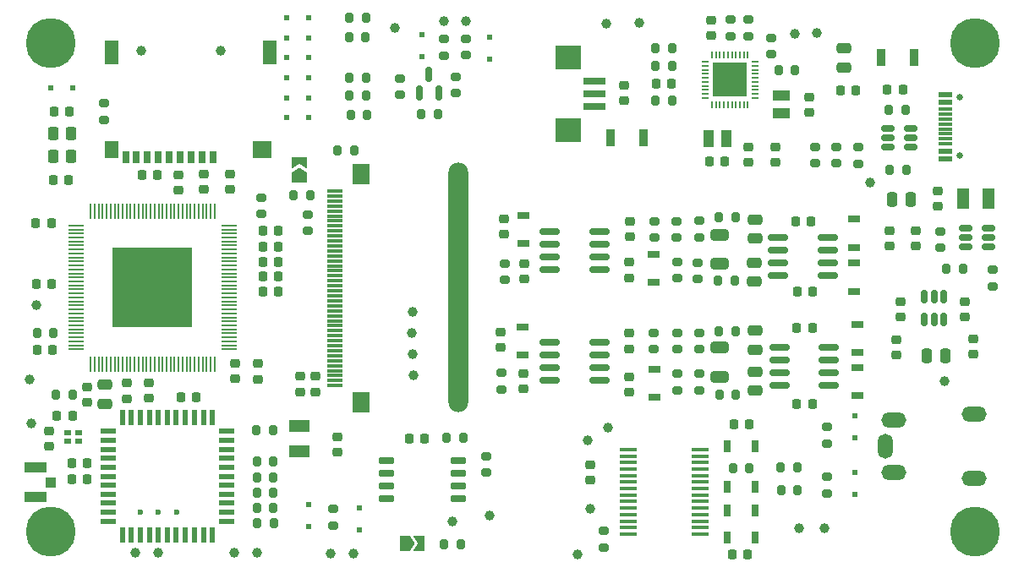
<source format=gbs>
%TF.GenerationSoftware,KiCad,Pcbnew,7.0.2-6a45011f42~172~ubuntu22.04.1*%
%TF.CreationDate,2023-05-03T22:42:28+03:00*%
%TF.ProjectId,mp3_test_board,6d70335f-7465-4737-945f-626f6172642e,rev?*%
%TF.SameCoordinates,Original*%
%TF.FileFunction,Soldermask,Bot*%
%TF.FilePolarity,Negative*%
%FSLAX46Y46*%
G04 Gerber Fmt 4.6, Leading zero omitted, Abs format (unit mm)*
G04 Created by KiCad (PCBNEW 7.0.2-6a45011f42~172~ubuntu22.04.1) date 2023-05-03 22:42:28*
%MOMM*%
%LPD*%
G01*
G04 APERTURE LIST*
G04 Aperture macros list*
%AMRoundRect*
0 Rectangle with rounded corners*
0 $1 Rounding radius*
0 $2 $3 $4 $5 $6 $7 $8 $9 X,Y pos of 4 corners*
0 Add a 4 corners polygon primitive as box body*
4,1,4,$2,$3,$4,$5,$6,$7,$8,$9,$2,$3,0*
0 Add four circle primitives for the rounded corners*
1,1,$1+$1,$2,$3*
1,1,$1+$1,$4,$5*
1,1,$1+$1,$6,$7*
1,1,$1+$1,$8,$9*
0 Add four rect primitives between the rounded corners*
20,1,$1+$1,$2,$3,$4,$5,0*
20,1,$1+$1,$4,$5,$6,$7,0*
20,1,$1+$1,$6,$7,$8,$9,0*
20,1,$1+$1,$8,$9,$2,$3,0*%
%AMFreePoly0*
4,1,6,1.000000,0.000000,0.500000,-0.750000,-0.500000,-0.750000,-0.500000,0.750000,0.500000,0.750000,1.000000,0.000000,1.000000,0.000000,$1*%
%AMFreePoly1*
4,1,6,0.500000,-0.750000,-0.650000,-0.750000,-0.150000,0.000000,-0.650000,0.750000,0.500000,0.750000,0.500000,-0.750000,0.500000,-0.750000,$1*%
G04 Aperture macros list end*
%ADD10C,1.000000*%
%ADD11C,0.800000*%
%ADD12C,5.000000*%
%ADD13O,2.000000X25.000000*%
%ADD14R,1.500000X0.300000*%
%ADD15R,1.700000X2.000000*%
%ADD16RoundRect,0.225000X0.250000X-0.225000X0.250000X0.225000X-0.250000X0.225000X-0.250000X-0.225000X0*%
%ADD17RoundRect,0.200000X-0.200000X-0.275000X0.200000X-0.275000X0.200000X0.275000X-0.200000X0.275000X0*%
%ADD18RoundRect,0.225000X-0.225000X-0.250000X0.225000X-0.250000X0.225000X0.250000X-0.225000X0.250000X0*%
%ADD19RoundRect,0.200000X0.275000X-0.200000X0.275000X0.200000X-0.275000X0.200000X-0.275000X-0.200000X0*%
%ADD20R,1.770000X1.100000*%
%ADD21R,0.500000X0.500000*%
%ADD22RoundRect,0.225000X0.225000X0.250000X-0.225000X0.250000X-0.225000X-0.250000X0.225000X-0.250000X0*%
%ADD23RoundRect,0.200000X0.200000X0.275000X-0.200000X0.275000X-0.200000X-0.275000X0.200000X-0.275000X0*%
%ADD24RoundRect,0.250000X0.650000X-0.325000X0.650000X0.325000X-0.650000X0.325000X-0.650000X-0.325000X0*%
%ADD25RoundRect,0.250000X0.250000X0.475000X-0.250000X0.475000X-0.250000X-0.475000X0.250000X-0.475000X0*%
%ADD26R,1.200000X0.800000*%
%ADD27RoundRect,0.250000X0.475000X-0.250000X0.475000X0.250000X-0.475000X0.250000X-0.475000X-0.250000X0*%
%ADD28RoundRect,0.200000X-0.275000X0.200000X-0.275000X-0.200000X0.275000X-0.200000X0.275000X0.200000X0*%
%ADD29R,0.800000X1.200000*%
%ADD30R,1.050000X1.000000*%
%ADD31R,2.200000X1.050000*%
%ADD32FreePoly0,90.000000*%
%ADD33FreePoly1,90.000000*%
%ADD34RoundRect,0.225000X-0.250000X0.225000X-0.250000X-0.225000X0.250000X-0.225000X0.250000X0.225000X0*%
%ADD35RoundRect,0.150000X-0.512500X-0.150000X0.512500X-0.150000X0.512500X0.150000X-0.512500X0.150000X0*%
%ADD36RoundRect,0.150000X0.650000X0.150000X-0.650000X0.150000X-0.650000X-0.150000X0.650000X-0.150000X0*%
%ADD37RoundRect,0.150000X-0.825000X-0.150000X0.825000X-0.150000X0.825000X0.150000X-0.825000X0.150000X0*%
%ADD38R,0.730000X0.600000*%
%ADD39R,2.000000X1.250000*%
%ADD40FreePoly0,0.000000*%
%ADD41FreePoly1,0.000000*%
%ADD42C,0.001000*%
%ADD43O,1.500000X2.500000*%
%ADD44O,2.500000X1.500000*%
%ADD45R,0.820000X1.820000*%
%ADD46RoundRect,0.062500X-0.062500X0.675000X-0.062500X-0.675000X0.062500X-0.675000X0.062500X0.675000X0*%
%ADD47RoundRect,0.062500X-0.675000X0.062500X-0.675000X-0.062500X0.675000X-0.062500X0.675000X0.062500X0*%
%ADD48R,8.000000X8.000000*%
%ADD49C,0.650000*%
%ADD50R,1.450000X0.600000*%
%ADD51R,1.450000X0.300000*%
%ADD52RoundRect,0.150000X0.150000X-0.512500X0.150000X0.512500X-0.150000X0.512500X-0.150000X-0.512500X0*%
%ADD53RoundRect,0.150000X0.150000X-0.587500X0.150000X0.587500X-0.150000X0.587500X-0.150000X-0.587500X0*%
%ADD54R,2.200000X0.800000*%
%ADD55R,2.500000X2.350000*%
%ADD56R,1.500000X0.600000*%
%ADD57R,0.600000X1.500000*%
%ADD58C,0.600000*%
%ADD59RoundRect,0.275000X-0.275000X0.375000X-0.275000X-0.375000X0.275000X-0.375000X0.275000X0.375000X0*%
%ADD60C,0.999997*%
%ADD61R,0.700000X1.300000*%
%ADD62R,1.447800X2.438400*%
%ADD63R,1.447800X1.651000*%
%ADD64R,1.854200X1.651000*%
%ADD65O,0.200000X0.800000*%
%ADD66O,0.800000X0.200000*%
%ADD67R,3.400000X3.400000*%
%ADD68R,1.750000X0.450000*%
%ADD69RoundRect,0.150000X0.512500X0.150000X-0.512500X0.150000X-0.512500X-0.150000X0.512500X-0.150000X0*%
%ADD70R,1.250000X2.000000*%
%ADD71R,1.100000X1.770000*%
G04 APERTURE END LIST*
D10*
%TO.C,SW7*%
X110150000Y-97852500D03*
X107850000Y-97852500D03*
%TD*%
%TO.C,SW6*%
X100550000Y-97780000D03*
X98250000Y-97780000D03*
%TD*%
D11*
%TO.C,H4*%
X170525000Y-46700000D03*
X171074175Y-45374175D03*
X171074175Y-48025825D03*
X172400000Y-44825000D03*
D12*
X172400000Y-46700000D03*
D11*
X172400000Y-48575000D03*
X173725825Y-45374175D03*
X173725825Y-48025825D03*
X174275000Y-46700000D03*
%TD*%
%TO.C,H2*%
X78025000Y-46700000D03*
X78574175Y-45374175D03*
X78574175Y-48025825D03*
X79900000Y-44825000D03*
D12*
X79900000Y-46700000D03*
D11*
X79900000Y-48575000D03*
X81225825Y-45374175D03*
X81225825Y-48025825D03*
X81775000Y-46700000D03*
%TD*%
D13*
%TO.C,P1*%
X120710000Y-71222533D03*
D14*
X108305936Y-81036943D03*
X108305936Y-80536943D03*
X108305936Y-80036943D03*
X108305936Y-79536943D03*
X108305936Y-79036943D03*
X108305936Y-78536943D03*
X108305936Y-78036943D03*
X108305936Y-77536943D03*
X108305936Y-77036943D03*
X108305936Y-76536943D03*
X108305936Y-76036943D03*
X108305936Y-75536943D03*
X108305936Y-75036943D03*
X108305936Y-74536943D03*
X108305936Y-74036943D03*
X108305936Y-73536943D03*
X108305936Y-73036943D03*
X108305936Y-72536943D03*
X108305936Y-72036943D03*
X108305936Y-71536943D03*
X108305936Y-71036943D03*
X108305936Y-70536943D03*
X108305936Y-70036943D03*
X108305936Y-69536943D03*
X108305936Y-69036943D03*
X108305936Y-68536943D03*
X108305936Y-68036943D03*
X108305936Y-67536943D03*
X108305936Y-67036943D03*
X108305936Y-66536943D03*
X108305936Y-66036943D03*
X108305936Y-65536943D03*
X108305936Y-65036943D03*
X108305936Y-64536943D03*
X108305936Y-64036943D03*
X108305936Y-63536943D03*
X108305936Y-63036943D03*
X108305936Y-62536943D03*
X108305936Y-62036943D03*
X108305936Y-61536943D03*
D15*
X110905936Y-59836943D03*
X110905936Y-82736943D03*
%TD*%
D11*
%TO.C,H1*%
X78025000Y-95700000D03*
X78574175Y-94374175D03*
X78574175Y-97025825D03*
X79900000Y-93825000D03*
D12*
X79900000Y-95700000D03*
D11*
X79900000Y-97575000D03*
X81225825Y-94374175D03*
X81225825Y-97025825D03*
X81775000Y-95700000D03*
%TD*%
D10*
%TO.C,SW8*%
X90650000Y-97780000D03*
X88350000Y-97780000D03*
%TD*%
D11*
%TO.C,H3*%
X170525000Y-95700000D03*
X171074175Y-94374175D03*
X171074175Y-97025825D03*
X172400000Y-93825000D03*
D12*
X172400000Y-95700000D03*
D11*
X172400000Y-97575000D03*
X173725825Y-94374175D03*
X173725825Y-97025825D03*
X174275000Y-95700000D03*
%TD*%
D16*
%TO.C,C18*%
X98321747Y-80348555D03*
X98321747Y-78798555D03*
%TD*%
D10*
%TO.C,TP17*%
X77950000Y-84800000D03*
%TD*%
D17*
%TO.C,R38*%
X146685000Y-70510000D03*
X148335000Y-70510000D03*
%TD*%
D18*
%TO.C,C35*%
X154607700Y-71653938D03*
X156157700Y-71653938D03*
%TD*%
D19*
%TO.C,R13*%
X160722700Y-58788938D03*
X160722700Y-57138938D03*
%TD*%
D20*
%TO.C,L2*%
X152985000Y-53765000D03*
X152985000Y-51995000D03*
%TD*%
D21*
%TO.C,D6*%
X105650000Y-52200000D03*
X103450000Y-52200000D03*
%TD*%
D18*
%TO.C,C14*%
X101095000Y-70120000D03*
X102645000Y-70120000D03*
%TD*%
%TO.C,C12*%
X101095000Y-67120000D03*
X102645000Y-67120000D03*
%TD*%
D22*
%TO.C,C17*%
X79965000Y-70850000D03*
X78415000Y-70850000D03*
%TD*%
D10*
%TO.C,TP13*%
X154800000Y-95353938D03*
%TD*%
D23*
%TO.C,R62*%
X102126747Y-88653555D03*
X100476747Y-88653555D03*
%TD*%
D17*
%TO.C,R37*%
X146775000Y-64190000D03*
X148425000Y-64190000D03*
%TD*%
D24*
%TO.C,C48*%
X146820000Y-80145000D03*
X146820000Y-77195000D03*
%TD*%
D10*
%TO.C,TP23*%
X133620400Y-86492876D03*
%TD*%
D23*
%TO.C,R20*%
X165425000Y-53400000D03*
X163775000Y-53400000D03*
%TD*%
D25*
%TO.C,FB3*%
X166002700Y-62383938D03*
X164102700Y-62383938D03*
%TD*%
D21*
%TO.C,D9*%
X160350000Y-89700000D03*
X160350000Y-91900000D03*
%TD*%
D26*
%TO.C,C54*%
X160300000Y-67175000D03*
X160300000Y-64375000D03*
%TD*%
D19*
%TO.C,R33*%
X144790000Y-66175000D03*
X144790000Y-64525000D03*
%TD*%
D10*
%TO.C,TP22*%
X135680400Y-85242876D03*
%TD*%
D27*
%TO.C,C52*%
X150400000Y-81550000D03*
X150400000Y-79650000D03*
%TD*%
D28*
%TO.C,R12*%
X158532700Y-57108938D03*
X158532700Y-58758938D03*
%TD*%
D10*
%TO.C,TP9*%
X121390000Y-44530000D03*
%TD*%
D29*
%TO.C,C31*%
X147607700Y-91178938D03*
X150407700Y-91178938D03*
%TD*%
D23*
%TO.C,R56*%
X111355000Y-46150000D03*
X109705000Y-46150000D03*
%TD*%
%TO.C,R43*%
X142085000Y-49050000D03*
X140435000Y-49050000D03*
%TD*%
D18*
%TO.C,C13*%
X101095000Y-68620000D03*
X102645000Y-68620000D03*
%TD*%
D16*
%TO.C,C20*%
X137782700Y-81678938D03*
X137782700Y-80128938D03*
%TD*%
D30*
%TO.C,RF1*%
X79841747Y-90733555D03*
D31*
X78321747Y-92203555D03*
X78321747Y-89263555D03*
%TD*%
D22*
%TO.C,C56*%
X83536747Y-88833555D03*
X81986747Y-88833555D03*
%TD*%
D19*
%TO.C,R30*%
X142600000Y-81500000D03*
X142600000Y-79850000D03*
%TD*%
D26*
%TO.C,C29*%
X140200000Y-67875000D03*
X140200000Y-70675000D03*
%TD*%
%TO.C,C53*%
X160300000Y-71575000D03*
X160300000Y-68775000D03*
%TD*%
D10*
%TO.C,TP1*%
X116220000Y-80000000D03*
%TD*%
%TO.C,TP12*%
X120040000Y-94660000D03*
%TD*%
D32*
%TO.C,JP2*%
X104780000Y-60145000D03*
D33*
X104780000Y-58695000D03*
%TD*%
D23*
%TO.C,R45*%
X142085000Y-47250000D03*
X140435000Y-47250000D03*
%TD*%
D10*
%TO.C,TP15*%
X154332700Y-45763938D03*
%TD*%
D19*
%TO.C,R23*%
X135230400Y-97237876D03*
X135230400Y-95587876D03*
%TD*%
%TO.C,R36*%
X144800000Y-81500000D03*
X144800000Y-79850000D03*
%TD*%
%TO.C,R21*%
X123471747Y-89763555D03*
X123471747Y-88113555D03*
%TD*%
D34*
%TO.C,C2*%
X104821747Y-80098555D03*
X104821747Y-81648555D03*
%TD*%
D27*
%TO.C,C49*%
X150420000Y-66310000D03*
X150420000Y-64410000D03*
%TD*%
D16*
%TO.C,C4*%
X92652700Y-61458938D03*
X92652700Y-59908938D03*
%TD*%
D35*
%TO.C,U2*%
X163662500Y-57150000D03*
X163662500Y-56200000D03*
X163662500Y-55250000D03*
X165937500Y-55250000D03*
X165937500Y-56200000D03*
X165937500Y-57150000D03*
%TD*%
D34*
%TO.C,C19*%
X89681747Y-80728555D03*
X89681747Y-82278555D03*
%TD*%
D10*
%TO.C,TP20*%
X161932700Y-60663938D03*
%TD*%
D24*
%TO.C,C47*%
X146795000Y-68850000D03*
X146795000Y-65900000D03*
%TD*%
D21*
%TO.C,D4*%
X105650000Y-48200000D03*
X103450000Y-48200000D03*
%TD*%
D19*
%TO.C,R3*%
X105590000Y-65525000D03*
X105590000Y-63875000D03*
%TD*%
D36*
%TO.C,U3*%
X120701747Y-88563555D03*
X120701747Y-89833555D03*
X120701747Y-91103555D03*
X120701747Y-92373555D03*
X113501747Y-92373555D03*
X113501747Y-91103555D03*
X113501747Y-89833555D03*
X113501747Y-88563555D03*
%TD*%
D37*
%TO.C,U8*%
X152825000Y-81005000D03*
X152825000Y-79735000D03*
X152825000Y-78465000D03*
X152825000Y-77195000D03*
X157775000Y-77195000D03*
X157775000Y-78465000D03*
X157775000Y-79735000D03*
X157775000Y-81005000D03*
%TD*%
D16*
%TO.C,C61*%
X137300000Y-52475000D03*
X137300000Y-50925000D03*
%TD*%
D10*
%TO.C,TP14*%
X157300000Y-95300000D03*
%TD*%
D22*
%TO.C,C59*%
X83506747Y-90403555D03*
X81956747Y-90403555D03*
%TD*%
D26*
%TO.C,C30*%
X127200000Y-66775000D03*
X127200000Y-63975000D03*
%TD*%
D23*
%TO.C,R58*%
X102166747Y-91763555D03*
X100516747Y-91763555D03*
%TD*%
D10*
%TO.C,TP3*%
X116032700Y-75723938D03*
%TD*%
D21*
%TO.C,D2*%
X105650000Y-44200000D03*
X103450000Y-44200000D03*
%TD*%
D16*
%TO.C,C70*%
X164952700Y-74138938D03*
X164952700Y-72588938D03*
%TD*%
D10*
%TO.C,TP8*%
X114330000Y-45210000D03*
%TD*%
D34*
%TO.C,C68*%
X152405000Y-57095000D03*
X152405000Y-58645000D03*
%TD*%
D23*
%TO.C,R2*%
X118607500Y-53800000D03*
X116957500Y-53800000D03*
%TD*%
D38*
%TO.C,Y2*%
X81581747Y-85793555D03*
X82681747Y-85793555D03*
X82681747Y-86593555D03*
X81581747Y-86593555D03*
%TD*%
D19*
%TO.C,R11*%
X156422700Y-58768938D03*
X156422700Y-57118938D03*
%TD*%
D39*
%TO.C,L1*%
X104711747Y-85108555D03*
X104711747Y-87658555D03*
%TD*%
D10*
%TO.C,TP19*%
X169382700Y-80623938D03*
%TD*%
D19*
%TO.C,R34*%
X144625000Y-70365000D03*
X144625000Y-68715000D03*
%TD*%
D25*
%TO.C,FB2*%
X169432700Y-78073938D03*
X167532700Y-78073938D03*
%TD*%
D34*
%TO.C,C34*%
X124932700Y-75678938D03*
X124932700Y-77228938D03*
%TD*%
D18*
%TO.C,C6*%
X80185000Y-53610000D03*
X81735000Y-53610000D03*
%TD*%
D28*
%TO.C,R7*%
X108161747Y-93383555D03*
X108161747Y-95033555D03*
%TD*%
D19*
%TO.C,R22*%
X85200000Y-54425000D03*
X85200000Y-52775000D03*
%TD*%
D18*
%TO.C,C15*%
X101095000Y-71620000D03*
X102645000Y-71620000D03*
%TD*%
D23*
%TO.C,R17*%
X121146747Y-86278555D03*
X119496747Y-86278555D03*
%TD*%
D18*
%TO.C,C55*%
X154557700Y-75253938D03*
X156107700Y-75253938D03*
%TD*%
D23*
%TO.C,R9*%
X154637700Y-91533938D03*
X152987700Y-91533938D03*
%TD*%
%TO.C,R60*%
X102166747Y-90203555D03*
X100516747Y-90203555D03*
%TD*%
D26*
%TO.C,C58*%
X160600000Y-77700000D03*
X160600000Y-74900000D03*
%TD*%
D22*
%TO.C,C10*%
X79905000Y-64730000D03*
X78355000Y-64730000D03*
%TD*%
D19*
%TO.C,R4*%
X120432500Y-51745000D03*
X120432500Y-50095000D03*
%TD*%
D23*
%TO.C,R15*%
X111425000Y-52000000D03*
X109775000Y-52000000D03*
%TD*%
D27*
%TO.C,C51*%
X150400000Y-77425000D03*
X150400000Y-75525000D03*
%TD*%
D18*
%TO.C,C77*%
X80468382Y-84044456D03*
X82018382Y-84044456D03*
%TD*%
D19*
%TO.C,R32*%
X142600000Y-70300000D03*
X142600000Y-68650000D03*
%TD*%
D17*
%TO.C,R6*%
X119246747Y-96908555D03*
X120896747Y-96908555D03*
%TD*%
D28*
%TO.C,R55*%
X149750000Y-44375000D03*
X149750000Y-46025000D03*
%TD*%
D22*
%TO.C,C25*%
X165175000Y-51400000D03*
X163625000Y-51400000D03*
%TD*%
D23*
%TO.C,R65*%
X102116747Y-85473555D03*
X100466747Y-85473555D03*
%TD*%
D10*
%TO.C,TP11*%
X123831747Y-94088555D03*
%TD*%
D28*
%TO.C,R54*%
X147950000Y-44375000D03*
X147950000Y-46025000D03*
%TD*%
D21*
%TO.C,D1*%
X110780000Y-93290000D03*
X110780000Y-95490000D03*
%TD*%
D16*
%TO.C,C8*%
X95202700Y-61408938D03*
X95202700Y-59858938D03*
%TD*%
D17*
%TO.C,R49*%
X152725000Y-49400000D03*
X154375000Y-49400000D03*
%TD*%
D40*
%TO.C,JP1*%
X115336747Y-96878555D03*
D41*
X116786747Y-96878555D03*
%TD*%
D28*
%TO.C,R52*%
X119240000Y-46315000D03*
X119240000Y-47965000D03*
%TD*%
D23*
%TO.C,R53*%
X105825000Y-62000000D03*
X104175000Y-62000000D03*
%TD*%
D42*
%TO.C,J2*%
X173795000Y-87100000D03*
X166795000Y-87100000D03*
D43*
X163395000Y-87100000D03*
D44*
X164295000Y-84450000D03*
X172295000Y-90300000D03*
X172295000Y-83900000D03*
X164295000Y-89750000D03*
%TD*%
D23*
%TO.C,R14*%
X111545000Y-53930000D03*
X109895000Y-53930000D03*
%TD*%
D45*
%TO.C,F2*%
X135900000Y-56200000D03*
X139200000Y-56200000D03*
%TD*%
D28*
%TO.C,R31*%
X142545000Y-64550000D03*
X142545000Y-66200000D03*
%TD*%
D29*
%TO.C,C38*%
X147607700Y-96278938D03*
X150407700Y-96278938D03*
%TD*%
D18*
%TO.C,C11*%
X101085000Y-65520000D03*
X102635000Y-65520000D03*
%TD*%
D10*
%TO.C,TP25*%
X138771747Y-44693555D03*
%TD*%
D17*
%TO.C,R10*%
X152955000Y-89190000D03*
X154605000Y-89190000D03*
%TD*%
D27*
%TO.C,FB4*%
X85260000Y-82870000D03*
X85260000Y-80970000D03*
%TD*%
D19*
%TO.C,R1*%
X114792500Y-51922500D03*
X114792500Y-50272500D03*
%TD*%
D34*
%TO.C,C64*%
X155800000Y-52145000D03*
X155800000Y-53695000D03*
%TD*%
D10*
%TO.C,TP2*%
X116090000Y-77890000D03*
%TD*%
D34*
%TO.C,C44*%
X137895000Y-64600000D03*
X137895000Y-66150000D03*
%TD*%
D22*
%TO.C,C27*%
X90567700Y-59893938D03*
X89017700Y-59893938D03*
%TD*%
%TO.C,C66*%
X94446747Y-82210000D03*
X92896747Y-82210000D03*
%TD*%
D16*
%TO.C,C60*%
X108550000Y-87735000D03*
X108550000Y-86185000D03*
%TD*%
D34*
%TO.C,C42*%
X127200000Y-79800000D03*
X127200000Y-81350000D03*
%TD*%
D29*
%TO.C,C36*%
X147607700Y-87078938D03*
X150407700Y-87078938D03*
%TD*%
D46*
%TO.C,U1*%
X83860000Y-63537500D03*
X84260000Y-63537500D03*
X84660000Y-63537500D03*
X85060000Y-63537500D03*
X85460000Y-63537500D03*
X85860000Y-63537500D03*
X86260000Y-63537500D03*
X86660000Y-63537500D03*
X87060000Y-63537500D03*
X87460000Y-63537500D03*
X87860000Y-63537500D03*
X88260000Y-63537500D03*
X88660000Y-63537500D03*
X89060000Y-63537500D03*
X89460000Y-63537500D03*
X89860000Y-63537500D03*
X90260000Y-63537500D03*
X90660000Y-63537500D03*
X91060000Y-63537500D03*
X91460000Y-63537500D03*
X91860000Y-63537500D03*
X92260000Y-63537500D03*
X92660000Y-63537500D03*
X93060000Y-63537500D03*
X93460000Y-63537500D03*
X93860000Y-63537500D03*
X94260000Y-63537500D03*
X94660000Y-63537500D03*
X95060000Y-63537500D03*
X95460000Y-63537500D03*
X95860000Y-63537500D03*
X96260000Y-63537500D03*
D47*
X97722500Y-65000000D03*
X97722500Y-65400000D03*
X97722500Y-65800000D03*
X97722500Y-66200000D03*
X97722500Y-66600000D03*
X97722500Y-67000000D03*
X97722500Y-67400000D03*
X97722500Y-67800000D03*
X97722500Y-68200000D03*
X97722500Y-68600000D03*
X97722500Y-69000000D03*
X97722500Y-69400000D03*
X97722500Y-69800000D03*
X97722500Y-70200000D03*
X97722500Y-70600000D03*
X97722500Y-71000000D03*
X97722500Y-71400000D03*
X97722500Y-71800000D03*
X97722500Y-72200000D03*
X97722500Y-72600000D03*
X97722500Y-73000000D03*
X97722500Y-73400000D03*
X97722500Y-73800000D03*
X97722500Y-74200000D03*
X97722500Y-74600000D03*
X97722500Y-75000000D03*
X97722500Y-75400000D03*
X97722500Y-75800000D03*
X97722500Y-76200000D03*
X97722500Y-76600000D03*
X97722500Y-77000000D03*
X97722500Y-77400000D03*
D46*
X96260000Y-78862500D03*
X95860000Y-78862500D03*
X95460000Y-78862500D03*
X95060000Y-78862500D03*
X94660000Y-78862500D03*
X94260000Y-78862500D03*
X93860000Y-78862500D03*
X93460000Y-78862500D03*
X93060000Y-78862500D03*
X92660000Y-78862500D03*
X92260000Y-78862500D03*
X91860000Y-78862500D03*
X91460000Y-78862500D03*
X91060000Y-78862500D03*
X90660000Y-78862500D03*
X90260000Y-78862500D03*
X89860000Y-78862500D03*
X89460000Y-78862500D03*
X89060000Y-78862500D03*
X88660000Y-78862500D03*
X88260000Y-78862500D03*
X87860000Y-78862500D03*
X87460000Y-78862500D03*
X87060000Y-78862500D03*
X86660000Y-78862500D03*
X86260000Y-78862500D03*
X85860000Y-78862500D03*
X85460000Y-78862500D03*
X85060000Y-78862500D03*
X84660000Y-78862500D03*
X84260000Y-78862500D03*
X83860000Y-78862500D03*
D47*
X82397500Y-77400000D03*
X82397500Y-77000000D03*
X82397500Y-76600000D03*
X82397500Y-76200000D03*
X82397500Y-75800000D03*
X82397500Y-75400000D03*
X82397500Y-75000000D03*
X82397500Y-74600000D03*
X82397500Y-74200000D03*
X82397500Y-73800000D03*
X82397500Y-73400000D03*
X82397500Y-73000000D03*
X82397500Y-72600000D03*
X82397500Y-72200000D03*
X82397500Y-71800000D03*
X82397500Y-71400000D03*
X82397500Y-71000000D03*
X82397500Y-70600000D03*
X82397500Y-70200000D03*
X82397500Y-69800000D03*
X82397500Y-69400000D03*
X82397500Y-69000000D03*
X82397500Y-68600000D03*
X82397500Y-68200000D03*
X82397500Y-67800000D03*
X82397500Y-67400000D03*
X82397500Y-67000000D03*
X82397500Y-66600000D03*
X82397500Y-66200000D03*
X82397500Y-65800000D03*
X82397500Y-65400000D03*
X82397500Y-65000000D03*
D48*
X90060000Y-71200000D03*
%TD*%
D49*
%TO.C,P2*%
X170855000Y-52180000D03*
X170855000Y-57960000D03*
D50*
X169410000Y-51845000D03*
X169410000Y-52620000D03*
D51*
X169410000Y-53820000D03*
X169410000Y-54820000D03*
X169410000Y-55320000D03*
X169410000Y-56320000D03*
X169410000Y-56820000D03*
X169410000Y-55820000D03*
X169410000Y-54320000D03*
X169410000Y-53320000D03*
D50*
X169410000Y-57520000D03*
X169410000Y-58295000D03*
%TD*%
D16*
%TO.C,C9*%
X97832700Y-61368938D03*
X97832700Y-59818938D03*
%TD*%
D17*
%TO.C,R63*%
X100546747Y-94833555D03*
X102196747Y-94833555D03*
%TD*%
D37*
%TO.C,U7*%
X152680000Y-70045000D03*
X152680000Y-68775000D03*
X152680000Y-67505000D03*
X152680000Y-66235000D03*
X157630000Y-66235000D03*
X157630000Y-67505000D03*
X157630000Y-68775000D03*
X157630000Y-70045000D03*
%TD*%
D22*
%TO.C,C3*%
X80035000Y-77420000D03*
X78485000Y-77420000D03*
%TD*%
D10*
%TO.C,TP5*%
X77781747Y-80433555D03*
%TD*%
%TO.C,TP10*%
X119200000Y-44550000D03*
%TD*%
D17*
%TO.C,R48*%
X169537700Y-69313938D03*
X171187700Y-69313938D03*
%TD*%
D19*
%TO.C,R50*%
X151960000Y-47865000D03*
X151960000Y-46215000D03*
%TD*%
D22*
%TO.C,C26*%
X117296747Y-86308555D03*
X115746747Y-86308555D03*
%TD*%
D21*
%TO.C,D10*%
X160350000Y-86300000D03*
X160350000Y-84100000D03*
%TD*%
D34*
%TO.C,C67*%
X149735000Y-57125000D03*
X149735000Y-58675000D03*
%TD*%
D29*
%TO.C,C37*%
X147610000Y-93550000D03*
X150410000Y-93550000D03*
%TD*%
D22*
%TO.C,C62*%
X142035000Y-50750000D03*
X140485000Y-50750000D03*
%TD*%
D28*
%TO.C,R26*%
X125000000Y-79750000D03*
X125000000Y-81400000D03*
%TD*%
%TO.C,R41*%
X157550000Y-85175000D03*
X157550000Y-86825000D03*
%TD*%
D17*
%TO.C,R5*%
X78465000Y-75770000D03*
X80115000Y-75770000D03*
%TD*%
D18*
%TO.C,C65*%
X145825000Y-58600000D03*
X147375000Y-58600000D03*
%TD*%
D21*
%TO.C,D13*%
X123800000Y-48300000D03*
X123800000Y-46100000D03*
%TD*%
D52*
%TO.C,U11*%
X169250000Y-74437500D03*
X168300000Y-74437500D03*
X167350000Y-74437500D03*
X167350000Y-72162500D03*
X168300000Y-72162500D03*
X169250000Y-72162500D03*
%TD*%
D17*
%TO.C,R44*%
X140435000Y-52450000D03*
X142085000Y-52450000D03*
%TD*%
D18*
%TO.C,C45*%
X154465000Y-64560000D03*
X156015000Y-64560000D03*
%TD*%
D23*
%TO.C,R59*%
X102166747Y-93323555D03*
X100516747Y-93323555D03*
%TD*%
D21*
%TO.C,D8*%
X79900000Y-51200000D03*
X82100000Y-51200000D03*
%TD*%
%TO.C,D7*%
X105650000Y-54200000D03*
X103450000Y-54200000D03*
%TD*%
D28*
%TO.C,R27*%
X140200000Y-75750000D03*
X140200000Y-77400000D03*
%TD*%
D53*
%TO.C,Q1*%
X118692500Y-51757500D03*
X116792500Y-51757500D03*
X117742500Y-49882500D03*
%TD*%
D54*
%TO.C,D11*%
X134300000Y-53050000D03*
X134300000Y-51800000D03*
X134300000Y-50550000D03*
D55*
X131700000Y-55430000D03*
X131700000Y-48170000D03*
%TD*%
D10*
%TO.C,TP4*%
X116060000Y-73630000D03*
%TD*%
D21*
%TO.C,D14*%
X117000000Y-48100000D03*
X117000000Y-45900000D03*
%TD*%
D34*
%TO.C,C23*%
X87491747Y-80778555D03*
X87491747Y-82328555D03*
%TD*%
D17*
%TO.C,R39*%
X146775000Y-75610000D03*
X148425000Y-75610000D03*
%TD*%
D19*
%TO.C,R47*%
X168900000Y-67225000D03*
X168900000Y-65575000D03*
%TD*%
D18*
%TO.C,C5*%
X80117700Y-60413938D03*
X81667700Y-60413938D03*
%TD*%
D23*
%TO.C,R18*%
X110215000Y-57500000D03*
X108565000Y-57500000D03*
%TD*%
D28*
%TO.C,R29*%
X142600000Y-75750000D03*
X142600000Y-77400000D03*
%TD*%
D56*
%TO.C,U12*%
X85651747Y-94623555D03*
X85651747Y-93733555D03*
X85651747Y-92813555D03*
X85651747Y-91923555D03*
X85651747Y-91013555D03*
X85651747Y-90123555D03*
X85651747Y-89233555D03*
X85651747Y-88323555D03*
X85651747Y-87433555D03*
X85651747Y-86513555D03*
X85651747Y-85623555D03*
D57*
X87041747Y-84233555D03*
X87931747Y-84233555D03*
X88851747Y-84233555D03*
X89741747Y-84233555D03*
X90651747Y-84233555D03*
X91541747Y-84233555D03*
X92431747Y-84233555D03*
X93341747Y-84233555D03*
X94231747Y-84233555D03*
X95151747Y-84233555D03*
X96041747Y-84233555D03*
D56*
X97431747Y-85623555D03*
X97431747Y-86513555D03*
X97431747Y-87433555D03*
X97431747Y-88323555D03*
X97431747Y-89233555D03*
X97431747Y-90123555D03*
X97431747Y-91013555D03*
X97431747Y-91923555D03*
X97431747Y-92813555D03*
X97431747Y-93733555D03*
X97431747Y-94623555D03*
D57*
X96041747Y-96013555D03*
X95151747Y-96013555D03*
X94231747Y-96013555D03*
X93341747Y-96013555D03*
X92431747Y-96013555D03*
X91541747Y-96013555D03*
X90651747Y-96013555D03*
X89741747Y-96013555D03*
X88851747Y-96013555D03*
X87931747Y-96013555D03*
X87041747Y-96013555D03*
D58*
X88841747Y-93733555D03*
X90641747Y-93733555D03*
X92441747Y-93733555D03*
%TD*%
D45*
%TO.C,F1*%
X163040000Y-48170000D03*
X166340000Y-48170000D03*
%TD*%
D23*
%TO.C,R19*%
X165525000Y-59400000D03*
X163875000Y-59400000D03*
%TD*%
D28*
%TO.C,R28*%
X140345000Y-64550000D03*
X140345000Y-66200000D03*
%TD*%
D10*
%TO.C,TP18*%
X133890000Y-93370000D03*
%TD*%
D34*
%TO.C,C16*%
X125232700Y-64328938D03*
X125232700Y-65878938D03*
%TD*%
D19*
%TO.C,R51*%
X121390000Y-47935000D03*
X121390000Y-46285000D03*
%TD*%
D37*
%TO.C,U5*%
X129820000Y-69395000D03*
X129820000Y-68125000D03*
X129820000Y-66855000D03*
X129820000Y-65585000D03*
X134770000Y-65585000D03*
X134770000Y-66855000D03*
X134770000Y-68125000D03*
X134770000Y-69395000D03*
%TD*%
D10*
%TO.C,TP21*%
X132570000Y-97940000D03*
%TD*%
D18*
%TO.C,C46*%
X154557700Y-82903938D03*
X156107700Y-82903938D03*
%TD*%
D17*
%TO.C,R24*%
X148182700Y-89278938D03*
X149832700Y-89278938D03*
%TD*%
D10*
%TO.C,TP16*%
X156540000Y-45720000D03*
%TD*%
D27*
%TO.C,FB1*%
X159282700Y-49153938D03*
X159282700Y-47253938D03*
%TD*%
D59*
%TO.C,Y1*%
X81898977Y-55788457D03*
X81898977Y-58088457D03*
X80098977Y-58088457D03*
X80098977Y-55788457D03*
%TD*%
D21*
%TO.C,D12*%
X105680000Y-95170000D03*
X105680000Y-92970000D03*
%TD*%
D60*
%TO.C,J1*%
X88918900Y-47448338D03*
X96894500Y-47448338D03*
D61*
X96152500Y-58152738D03*
X95052500Y-58152738D03*
X93952500Y-58152738D03*
X92852500Y-58152738D03*
X91752500Y-58152738D03*
X90652500Y-58152738D03*
X89552500Y-58152738D03*
X88452500Y-58152738D03*
X87352500Y-58152738D03*
D62*
X85934100Y-47678938D03*
D63*
X85934100Y-57378938D03*
D64*
X100983900Y-57378938D03*
D62*
X101758900Y-47678938D03*
%TD*%
D28*
%TO.C,R8*%
X100910000Y-62175000D03*
X100910000Y-63825000D03*
%TD*%
D18*
%TO.C,C33*%
X148115400Y-97962876D03*
X149665400Y-97962876D03*
%TD*%
D26*
%TO.C,C39*%
X140300000Y-79375000D03*
X140300000Y-82175000D03*
%TD*%
D17*
%TO.C,R40*%
X146825000Y-81950000D03*
X148475000Y-81950000D03*
%TD*%
D23*
%TO.C,R16*%
X111425000Y-50200000D03*
X109775000Y-50200000D03*
%TD*%
D16*
%TO.C,C74*%
X164500000Y-77975000D03*
X164500000Y-76425000D03*
%TD*%
D37*
%TO.C,U6*%
X129825000Y-80480000D03*
X129825000Y-79210000D03*
X129825000Y-77940000D03*
X129825000Y-76670000D03*
X134775000Y-76670000D03*
X134775000Y-77940000D03*
X134775000Y-79210000D03*
X134775000Y-80480000D03*
%TD*%
D16*
%TO.C,C72*%
X172252700Y-77898938D03*
X172252700Y-76348938D03*
%TD*%
D34*
%TO.C,C76*%
X79720000Y-85565000D03*
X79720000Y-87115000D03*
%TD*%
%TO.C,C75*%
X163810000Y-65525000D03*
X163810000Y-67075000D03*
%TD*%
D16*
%TO.C,C22*%
X83500685Y-82695000D03*
X83500685Y-81145000D03*
%TD*%
D34*
%TO.C,C28*%
X133870400Y-88947876D03*
X133870400Y-90497876D03*
%TD*%
D28*
%TO.C,R25*%
X125285000Y-68785000D03*
X125285000Y-70435000D03*
%TD*%
D18*
%TO.C,C24*%
X158927700Y-51473938D03*
X160477700Y-51473938D03*
%TD*%
D34*
%TO.C,C69*%
X168700000Y-61525000D03*
X168700000Y-63075000D03*
%TD*%
D16*
%TO.C,C7*%
X137732700Y-70228938D03*
X137732700Y-68678938D03*
%TD*%
D65*
%TO.C,U9*%
X146060000Y-47900000D03*
X146460000Y-47900000D03*
X146860000Y-47900000D03*
X147260000Y-47900000D03*
X147660000Y-47900000D03*
X148060000Y-47900000D03*
X148460000Y-47900000D03*
X148860000Y-47900000D03*
X149260000Y-47900000D03*
X149660000Y-47900000D03*
D66*
X150360000Y-48600000D03*
X150360000Y-49000000D03*
X150360000Y-49400000D03*
X150360000Y-49800000D03*
X150360000Y-50200000D03*
X150360000Y-50600000D03*
X150360000Y-51000000D03*
X150360000Y-51400000D03*
X150360000Y-51800000D03*
X150360000Y-52200000D03*
D65*
X149660000Y-52900000D03*
X149260000Y-52900000D03*
X148860000Y-52900000D03*
X148460000Y-52900000D03*
X148060000Y-52900000D03*
X147660000Y-52900000D03*
X147260000Y-52900000D03*
X146860000Y-52900000D03*
X146460000Y-52900000D03*
X146060000Y-52900000D03*
D66*
X145360000Y-52200000D03*
X145360000Y-51800000D03*
X145360000Y-51400000D03*
X145360000Y-51000000D03*
X145360000Y-50600000D03*
X145360000Y-50200000D03*
X145360000Y-49800000D03*
X145360000Y-49400000D03*
X145360000Y-49000000D03*
X145360000Y-48600000D03*
D67*
X147860000Y-50400000D03*
%TD*%
D10*
%TO.C,TP6*%
X78432700Y-73003938D03*
%TD*%
D68*
%TO.C,U4*%
X137657700Y-95903938D03*
X137657700Y-95253938D03*
X137657700Y-94603938D03*
X137657700Y-93953938D03*
X137657700Y-93303938D03*
X137657700Y-92653938D03*
X137657700Y-92003938D03*
X137657700Y-91353938D03*
X137657700Y-90703938D03*
X137657700Y-90053938D03*
X137657700Y-89403938D03*
X137657700Y-88753938D03*
X137657700Y-88103938D03*
X137657700Y-87453938D03*
X144857700Y-87453938D03*
X144857700Y-88103938D03*
X144857700Y-88753938D03*
X144857700Y-89403938D03*
X144857700Y-90053938D03*
X144857700Y-90703938D03*
X144857700Y-91353938D03*
X144857700Y-92003938D03*
X144857700Y-92653938D03*
X144857700Y-93303938D03*
X144857700Y-93953938D03*
X144857700Y-94603938D03*
X144857700Y-95253938D03*
X144857700Y-95903938D03*
%TD*%
D69*
%TO.C,U10*%
X173747500Y-65242500D03*
X173747500Y-66192500D03*
X173747500Y-67142500D03*
X171472500Y-67142500D03*
X171472500Y-66192500D03*
X171472500Y-65242500D03*
%TD*%
D21*
%TO.C,D5*%
X105650000Y-50200000D03*
X103450000Y-50200000D03*
%TD*%
D34*
%TO.C,C43*%
X137800000Y-75800000D03*
X137800000Y-77350000D03*
%TD*%
%TO.C,C73*%
X166500000Y-65525000D03*
X166500000Y-67075000D03*
%TD*%
D28*
%TO.C,R42*%
X157550000Y-90175000D03*
X157550000Y-91825000D03*
%TD*%
D19*
%TO.C,R35*%
X144800000Y-77400000D03*
X144800000Y-75750000D03*
%TD*%
D70*
%TO.C,L4*%
X171235000Y-62292500D03*
X173785000Y-62292500D03*
%TD*%
D71*
%TO.C,L3*%
X147530000Y-56290000D03*
X145760000Y-56290000D03*
%TD*%
D34*
%TO.C,C1*%
X106401747Y-80098555D03*
X106401747Y-81648555D03*
%TD*%
D26*
%TO.C,C40*%
X127100000Y-77975000D03*
X127100000Y-75175000D03*
%TD*%
D23*
%TO.C,R64*%
X82039494Y-81964524D03*
X80389494Y-81964524D03*
%TD*%
D28*
%TO.C,R46*%
X174202700Y-69418938D03*
X174202700Y-71068938D03*
%TD*%
D34*
%TO.C,C71*%
X171400000Y-72625000D03*
X171400000Y-74175000D03*
%TD*%
D23*
%TO.C,R57*%
X111425000Y-44200000D03*
X109775000Y-44200000D03*
%TD*%
D21*
%TO.C,D3*%
X105650000Y-46200000D03*
X103450000Y-46200000D03*
%TD*%
D10*
%TO.C,TP24*%
X135471747Y-44763555D03*
%TD*%
D34*
%TO.C,C41*%
X127245000Y-68835000D03*
X127245000Y-70385000D03*
%TD*%
D27*
%TO.C,C50*%
X150335000Y-70630000D03*
X150335000Y-68730000D03*
%TD*%
D16*
%TO.C,C21*%
X100611747Y-80378555D03*
X100611747Y-78828555D03*
%TD*%
D34*
%TO.C,C63*%
X145950000Y-44425000D03*
X145950000Y-45975000D03*
%TD*%
D26*
%TO.C,C57*%
X160600000Y-82000000D03*
X160600000Y-79200000D03*
%TD*%
D18*
%TO.C,C32*%
X148232700Y-84878938D03*
X149782700Y-84878938D03*
%TD*%
M02*

</source>
